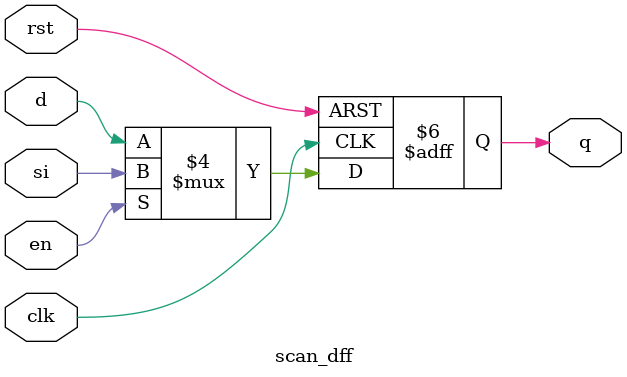
<source format=v>
module scan_dff (d, q, en, si, clk, rst);
	input d, en, si, clk, rst;
	output reg q;


	always @ (posedge clk or negedge rst) 
		begin
		if (!rst) 
			q <= 0;
		else 
			if (en) 
				q <= si;
			else 
				q <= d;
		end
endmodule

//some comments



</source>
